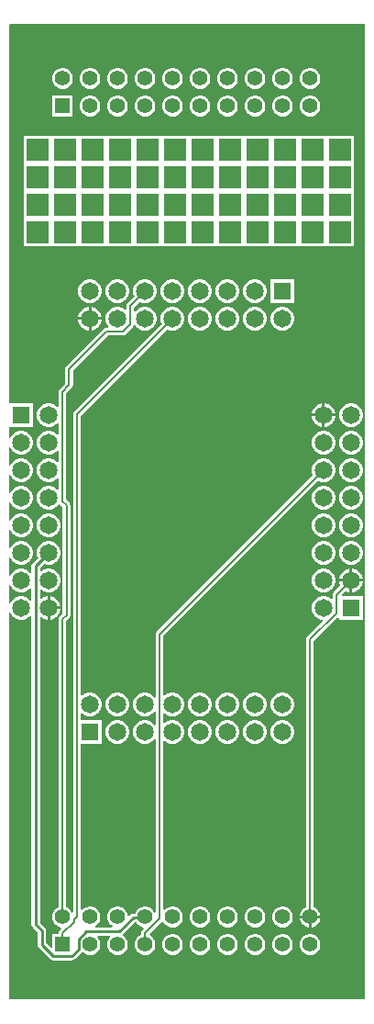
<source format=gbr>
%TF.GenerationSoftware,Altium Limited,Altium Designer,23.4.1 (23)*%
G04 Layer_Physical_Order=2*
G04 Layer_Color=16711680*
%FSLAX45Y45*%
%MOMM*%
%TF.SameCoordinates,FC7CEE8C-9C91-443A-B6C4-03D5C87B0654*%
%TF.FilePolarity,Positive*%
%TF.FileFunction,Copper,L2,Bot,Signal*%
%TF.Part,Single*%
G01*
G75*
%TA.AperFunction,Conductor*%
%ADD14C,0.20000*%
%ADD15C,0.25400*%
%TA.AperFunction,ComponentPad*%
%ADD16C,1.65000*%
%ADD17R,1.65000X1.65000*%
%ADD18R,1.65000X1.65000*%
%TA.AperFunction,ViaPad*%
%ADD19R,2.00000X2.00000*%
%TA.AperFunction,ComponentPad*%
%ADD20R,1.39000X1.39000*%
%ADD21C,1.39000*%
G36*
X3302000Y12700D02*
X3302967Y11733D01*
X3298106Y0D01*
X12700D01*
Y3571610D01*
X25400Y3573282D01*
X26453Y3569352D01*
X40659Y3544748D01*
X60748Y3524658D01*
X85352Y3510453D01*
X112795Y3503100D01*
X141205D01*
X168648Y3510453D01*
X193252Y3524658D01*
X208854Y3540260D01*
X221554Y3534999D01*
Y692100D01*
X224511Y677234D01*
X232931Y664631D01*
X278653Y618909D01*
Y505618D01*
X281611Y490753D01*
X290031Y478150D01*
X395250Y372931D01*
X407853Y364511D01*
X422718Y361554D01*
X593282D01*
X608147Y364511D01*
X620750Y372931D01*
X681869Y434050D01*
X684267Y437640D01*
X696906Y438885D01*
X703730Y432061D01*
X725370Y419567D01*
X749506Y413100D01*
X774494D01*
X798630Y419567D01*
X820270Y432061D01*
X837939Y449730D01*
X850433Y471370D01*
X856900Y495506D01*
Y520494D01*
X850433Y544630D01*
X837939Y566270D01*
X828739Y575470D01*
X834000Y588170D01*
X944000D01*
X949261Y575470D01*
X940061Y566270D01*
X927567Y544630D01*
X921100Y520494D01*
Y495506D01*
X927567Y471370D01*
X940061Y449730D01*
X957730Y432061D01*
X979370Y419567D01*
X1003506Y413100D01*
X1028494D01*
X1052630Y419567D01*
X1074270Y432061D01*
X1091939Y449730D01*
X1104433Y471370D01*
X1110900Y495506D01*
Y520494D01*
X1104433Y544630D01*
X1091939Y566270D01*
X1074270Y583939D01*
X1065649Y588917D01*
X1065039Y603933D01*
X1174826Y713719D01*
X1189097Y712329D01*
X1194061Y703730D01*
X1211730Y686061D01*
X1233370Y673567D01*
X1255093Y667747D01*
X1261037Y655730D01*
X1244478Y639171D01*
X1236654Y627462D01*
X1233907Y613649D01*
Y596576D01*
X1233370Y596433D01*
X1211730Y583939D01*
X1194061Y566270D01*
X1181567Y544630D01*
X1175100Y520494D01*
Y495506D01*
X1181567Y471370D01*
X1194061Y449730D01*
X1211730Y432061D01*
X1233370Y419567D01*
X1257506Y413100D01*
X1282494D01*
X1306630Y419567D01*
X1328270Y432061D01*
X1345939Y449730D01*
X1358433Y471370D01*
X1364900Y495506D01*
Y520494D01*
X1358433Y544630D01*
X1345939Y566270D01*
X1328270Y583939D01*
X1316240Y590885D01*
X1314150Y606756D01*
X1425244Y717850D01*
X1439992Y716702D01*
X1440963Y716025D01*
X1448061Y703730D01*
X1465730Y686061D01*
X1487370Y673567D01*
X1511506Y667100D01*
X1536494D01*
X1560630Y673567D01*
X1582270Y686061D01*
X1599939Y703730D01*
X1612433Y725370D01*
X1618900Y749506D01*
Y774494D01*
X1612433Y798630D01*
X1599939Y820270D01*
X1582270Y837939D01*
X1560630Y850433D01*
X1536494Y856900D01*
X1511506D01*
X1487370Y850433D01*
X1465730Y837939D01*
X1453893Y826102D01*
X1441193Y831363D01*
Y2379619D01*
X1452927Y2384480D01*
X1456748Y2380658D01*
X1481352Y2366453D01*
X1508795Y2359100D01*
X1537205D01*
X1564648Y2366453D01*
X1589252Y2380658D01*
X1609341Y2400748D01*
X1623547Y2425352D01*
X1630900Y2452795D01*
Y2481205D01*
X1623547Y2508648D01*
X1609341Y2533252D01*
X1589252Y2553341D01*
X1564648Y2567547D01*
X1537205Y2574900D01*
X1508795D01*
X1481352Y2567547D01*
X1456748Y2553341D01*
X1452927Y2549520D01*
X1441193Y2554380D01*
Y2633619D01*
X1452927Y2638480D01*
X1456748Y2634658D01*
X1481352Y2620453D01*
X1508795Y2613100D01*
X1537205D01*
X1564648Y2620453D01*
X1589252Y2634658D01*
X1609341Y2654748D01*
X1623547Y2679352D01*
X1630900Y2706795D01*
Y2735205D01*
X1623547Y2762648D01*
X1609341Y2787252D01*
X1589252Y2807341D01*
X1564648Y2821547D01*
X1537205Y2828900D01*
X1508795D01*
X1481352Y2821547D01*
X1456748Y2807341D01*
X1452927Y2803520D01*
X1441193Y2808380D01*
Y3352150D01*
X2872372Y4783328D01*
X2877352Y4780453D01*
X2904795Y4773100D01*
X2933205D01*
X2960648Y4780453D01*
X2985252Y4794658D01*
X3005341Y4814748D01*
X3019547Y4839352D01*
X3026900Y4866795D01*
Y4895205D01*
X3019547Y4922648D01*
X3005341Y4947252D01*
X2985252Y4967341D01*
X2960648Y4981547D01*
X2933205Y4988900D01*
X2904795D01*
X2877352Y4981547D01*
X2852748Y4967341D01*
X2832659Y4947252D01*
X2818453Y4922648D01*
X2811100Y4895205D01*
Y4866795D01*
X2818453Y4839352D01*
X2821328Y4834372D01*
X1379578Y3392622D01*
X1371754Y3380912D01*
X1369007Y3367100D01*
Y2788118D01*
X1356739Y2784831D01*
X1355341Y2787252D01*
X1335252Y2807341D01*
X1310648Y2821547D01*
X1283205Y2828900D01*
X1254795D01*
X1227352Y2821547D01*
X1202748Y2807341D01*
X1182659Y2787252D01*
X1168453Y2762648D01*
X1161100Y2735205D01*
Y2706795D01*
X1168453Y2679352D01*
X1182659Y2654748D01*
X1202748Y2634658D01*
X1227352Y2620453D01*
X1254795Y2613100D01*
X1283205D01*
X1310648Y2620453D01*
X1335252Y2634658D01*
X1355341Y2654748D01*
X1356739Y2657169D01*
X1369007Y2653882D01*
Y2534118D01*
X1356739Y2530831D01*
X1355341Y2533252D01*
X1335252Y2553341D01*
X1310648Y2567547D01*
X1283205Y2574900D01*
X1254795D01*
X1227352Y2567547D01*
X1202748Y2553341D01*
X1182659Y2533252D01*
X1168453Y2508648D01*
X1161100Y2481205D01*
Y2452795D01*
X1168453Y2425352D01*
X1182659Y2400748D01*
X1202748Y2380658D01*
X1227352Y2366453D01*
X1254795Y2359100D01*
X1283205D01*
X1310648Y2366453D01*
X1335252Y2380658D01*
X1355341Y2400748D01*
X1356739Y2403169D01*
X1369007Y2399882D01*
Y805715D01*
X1356307Y802313D01*
X1345939Y820270D01*
X1328270Y837939D01*
X1306630Y850433D01*
X1282494Y856900D01*
X1257506D01*
X1233370Y850433D01*
X1211730Y837939D01*
X1194061Y820270D01*
X1181567Y798630D01*
X1180615Y795077D01*
X1162400D01*
X1147534Y792120D01*
X1134931Y783699D01*
X1122281Y771049D01*
X1110238Y776966D01*
X1104433Y798630D01*
X1091939Y820270D01*
X1074270Y837939D01*
X1052630Y850433D01*
X1028494Y856900D01*
X1003506D01*
X979370Y850433D01*
X957730Y837939D01*
X940061Y820270D01*
X927567Y798630D01*
X921100Y774494D01*
Y749506D01*
X927567Y725370D01*
X940061Y703730D01*
X957730Y686061D01*
X970717Y678563D01*
X967315Y665863D01*
X810685D01*
X807283Y678563D01*
X820270Y686061D01*
X837939Y703730D01*
X850433Y725370D01*
X856900Y749506D01*
Y774494D01*
X850433Y798630D01*
X837939Y820270D01*
X820270Y837939D01*
X798630Y850433D01*
X774494Y856900D01*
X749506D01*
X725370Y850433D01*
X703730Y837939D01*
X691893Y826102D01*
X679193Y831363D01*
Y2359100D01*
X868900D01*
Y2574900D01*
X679193D01*
Y2633619D01*
X690927Y2638480D01*
X694748Y2634658D01*
X719352Y2620453D01*
X746795Y2613100D01*
X775205D01*
X802648Y2620453D01*
X827252Y2634658D01*
X847341Y2654748D01*
X861547Y2679352D01*
X868900Y2706795D01*
Y2735205D01*
X861547Y2762648D01*
X847341Y2787252D01*
X827252Y2807341D01*
X802648Y2821547D01*
X775205Y2828900D01*
X746795D01*
X719352Y2821547D01*
X694748Y2807341D01*
X690927Y2803520D01*
X679193Y2808380D01*
Y5383150D01*
X1476372Y6180328D01*
X1481352Y6177453D01*
X1508795Y6170100D01*
X1537205D01*
X1564648Y6177453D01*
X1589252Y6191658D01*
X1609341Y6211748D01*
X1623547Y6236352D01*
X1630900Y6263795D01*
Y6292205D01*
X1623547Y6319648D01*
X1609341Y6344252D01*
X1589252Y6364341D01*
X1564648Y6378547D01*
X1537205Y6385900D01*
X1508795D01*
X1481352Y6378547D01*
X1456748Y6364341D01*
X1436659Y6344252D01*
X1422453Y6319648D01*
X1415100Y6292205D01*
Y6263795D01*
X1422453Y6236352D01*
X1425328Y6231372D01*
X617578Y5423622D01*
X609754Y5411912D01*
X607007Y5398100D01*
Y805715D01*
X594307Y802313D01*
X583939Y820270D01*
X566270Y837939D01*
X544630Y850433D01*
X544093Y850576D01*
Y3492109D01*
X569822Y3517837D01*
X577646Y3529547D01*
X580394Y3543359D01*
X580393Y3543360D01*
Y4555661D01*
X580394Y4555662D01*
X577646Y4569474D01*
X569822Y4581184D01*
X544093Y4606912D01*
Y5589314D01*
X593022Y5638242D01*
X600846Y5649952D01*
X603593Y5663764D01*
Y5796387D01*
X931213Y6124007D01*
X1063836D01*
X1077648Y6126754D01*
X1089357Y6134578D01*
X1158422Y6203642D01*
X1166246Y6215352D01*
X1179549Y6217133D01*
X1182659Y6211748D01*
X1202748Y6191658D01*
X1227352Y6177453D01*
X1254795Y6170100D01*
X1283205D01*
X1310648Y6177453D01*
X1335252Y6191658D01*
X1355341Y6211748D01*
X1369547Y6236352D01*
X1376900Y6263795D01*
Y6292205D01*
X1369547Y6319648D01*
X1355341Y6344252D01*
X1335252Y6364341D01*
X1310648Y6378547D01*
X1283205Y6385900D01*
X1254795D01*
X1227352Y6378547D01*
X1202748Y6364341D01*
X1182659Y6344252D01*
X1181261Y6341831D01*
X1168993Y6345118D01*
Y6380949D01*
X1222372Y6434328D01*
X1227352Y6431453D01*
X1254795Y6424100D01*
X1283205D01*
X1310648Y6431453D01*
X1335252Y6445658D01*
X1355341Y6465748D01*
X1369547Y6490352D01*
X1376900Y6517795D01*
Y6546205D01*
X1369547Y6573648D01*
X1355341Y6598252D01*
X1335252Y6618341D01*
X1310648Y6632547D01*
X1283205Y6639900D01*
X1254795D01*
X1227352Y6632547D01*
X1202748Y6618341D01*
X1182659Y6598252D01*
X1168453Y6573648D01*
X1161100Y6546205D01*
Y6517795D01*
X1168453Y6490352D01*
X1171328Y6485372D01*
X1107378Y6421422D01*
X1099554Y6409712D01*
X1096807Y6395900D01*
Y6365380D01*
X1085073Y6360520D01*
X1081252Y6364341D01*
X1056648Y6378547D01*
X1029205Y6385900D01*
X1000795D01*
X973352Y6378547D01*
X948748Y6364341D01*
X928659Y6344252D01*
X914453Y6319648D01*
X907100Y6292205D01*
Y6263795D01*
X914453Y6236352D01*
X928659Y6211748D01*
X932480Y6207927D01*
X927619Y6196193D01*
X916263D01*
X902450Y6193446D01*
X890741Y6185622D01*
X541978Y5836859D01*
X534154Y5825150D01*
X531407Y5811337D01*
Y5678715D01*
X482478Y5629786D01*
X474654Y5618077D01*
X471907Y5604264D01*
Y5468647D01*
X459207Y5463387D01*
X447252Y5475341D01*
X422648Y5489547D01*
X395205Y5496900D01*
X366795D01*
X339352Y5489547D01*
X314748Y5475341D01*
X294659Y5455252D01*
X280453Y5430648D01*
X273100Y5403205D01*
Y5374795D01*
X280453Y5347352D01*
X294659Y5322748D01*
X314748Y5302658D01*
X339352Y5288453D01*
X366795Y5281100D01*
X395205D01*
X422648Y5288453D01*
X447252Y5302658D01*
X459207Y5314613D01*
X471907Y5309352D01*
Y5214647D01*
X459207Y5209387D01*
X447252Y5221341D01*
X422648Y5235547D01*
X395205Y5242900D01*
X366795D01*
X339352Y5235547D01*
X314748Y5221341D01*
X294659Y5201252D01*
X280453Y5176648D01*
X273100Y5149205D01*
Y5120795D01*
X280453Y5093352D01*
X294659Y5068748D01*
X314748Y5048658D01*
X339352Y5034453D01*
X366795Y5027100D01*
X395205D01*
X422648Y5034453D01*
X447252Y5048658D01*
X459207Y5060613D01*
X471907Y5055352D01*
Y4960647D01*
X459207Y4955387D01*
X447252Y4967341D01*
X422648Y4981547D01*
X395205Y4988900D01*
X366795D01*
X339352Y4981547D01*
X314748Y4967341D01*
X294659Y4947252D01*
X280453Y4922648D01*
X273100Y4895205D01*
Y4866795D01*
X280453Y4839352D01*
X294659Y4814748D01*
X314748Y4794658D01*
X339352Y4780453D01*
X366795Y4773100D01*
X395205D01*
X422648Y4780453D01*
X447252Y4794658D01*
X459207Y4806613D01*
X471907Y4801352D01*
Y4706647D01*
X459207Y4701387D01*
X447252Y4713341D01*
X422648Y4727547D01*
X395205Y4734900D01*
X366795D01*
X339352Y4727547D01*
X314748Y4713341D01*
X294659Y4693252D01*
X280453Y4668648D01*
X273100Y4641205D01*
Y4612795D01*
X280453Y4585352D01*
X294659Y4560748D01*
X314748Y4540658D01*
X339352Y4526453D01*
X366795Y4519100D01*
X395205D01*
X422648Y4526453D01*
X447252Y4540658D01*
X467341Y4560748D01*
X470133Y4565583D01*
X484262Y4564656D01*
X508207Y4540712D01*
Y3558310D01*
X482478Y3532581D01*
X474654Y3520872D01*
X471907Y3507059D01*
Y850576D01*
X471370Y850433D01*
X449730Y837939D01*
X432061Y820270D01*
X419567Y798630D01*
X413100Y774494D01*
Y749506D01*
X419567Y725370D01*
X432061Y703730D01*
X449730Y686061D01*
X471370Y673567D01*
X493093Y667747D01*
X499037Y655730D01*
X482478Y639171D01*
X474654Y627462D01*
X471907Y613649D01*
Y602900D01*
X413100D01*
Y481549D01*
X401367Y476689D01*
X356347Y521709D01*
Y635000D01*
X353389Y649866D01*
X344969Y662469D01*
X299247Y708191D01*
Y3523566D01*
X310980Y3528427D01*
X314748Y3524658D01*
X339352Y3510453D01*
X366795Y3503100D01*
X368300D01*
Y3611000D01*
X381000D01*
D01*
X368300D01*
Y3718900D01*
X366795D01*
X339352Y3711547D01*
X314748Y3697341D01*
X310980Y3693573D01*
X299247Y3698434D01*
Y3777566D01*
X310980Y3782427D01*
X314748Y3778658D01*
X339352Y3764453D01*
X366795Y3757100D01*
X395205D01*
X422648Y3764453D01*
X447252Y3778658D01*
X467341Y3798748D01*
X481547Y3823352D01*
X488900Y3850795D01*
Y3879205D01*
X481547Y3906648D01*
X467341Y3931252D01*
X447252Y3951341D01*
X422648Y3965547D01*
X395205Y3972900D01*
X366795D01*
X339352Y3965547D01*
X314748Y3951341D01*
X310980Y3947573D01*
X299247Y3952434D01*
Y3982309D01*
X336840Y4019903D01*
X339352Y4018453D01*
X366795Y4011100D01*
X395205D01*
X422648Y4018453D01*
X447252Y4032658D01*
X467341Y4052748D01*
X481547Y4077352D01*
X488900Y4104795D01*
Y4133205D01*
X481547Y4160648D01*
X467341Y4185252D01*
X447252Y4205341D01*
X422648Y4219547D01*
X395205Y4226900D01*
X366795D01*
X339352Y4219547D01*
X314748Y4205341D01*
X294659Y4185252D01*
X280453Y4160648D01*
X273100Y4133205D01*
Y4104795D01*
X280453Y4077352D01*
X281903Y4074840D01*
X232931Y4025869D01*
X224511Y4013266D01*
X221554Y3998400D01*
Y3941000D01*
X208854Y3935740D01*
X193252Y3951341D01*
X168648Y3965547D01*
X141205Y3972900D01*
X112795D01*
X85352Y3965547D01*
X60748Y3951341D01*
X40659Y3931252D01*
X26453Y3906648D01*
X25400Y3902718D01*
X12700Y3904390D01*
Y4079610D01*
X25400Y4081282D01*
X26453Y4077352D01*
X40659Y4052748D01*
X60748Y4032658D01*
X85352Y4018453D01*
X112795Y4011100D01*
X141205D01*
X168648Y4018453D01*
X193252Y4032658D01*
X213341Y4052748D01*
X227547Y4077352D01*
X234900Y4104795D01*
Y4133205D01*
X227547Y4160648D01*
X213341Y4185252D01*
X193252Y4205341D01*
X168648Y4219547D01*
X141205Y4226900D01*
X112795D01*
X85352Y4219547D01*
X60748Y4205341D01*
X40659Y4185252D01*
X26453Y4160648D01*
X25400Y4156718D01*
X12700Y4158390D01*
Y4333610D01*
X25400Y4335282D01*
X26453Y4331352D01*
X40659Y4306748D01*
X60748Y4286658D01*
X85352Y4272453D01*
X112795Y4265100D01*
X141205D01*
X168648Y4272453D01*
X193252Y4286658D01*
X213341Y4306748D01*
X227547Y4331352D01*
X234900Y4358795D01*
Y4387205D01*
X227547Y4414648D01*
X213341Y4439252D01*
X193252Y4459341D01*
X168648Y4473547D01*
X141205Y4480900D01*
X112795D01*
X85352Y4473547D01*
X60748Y4459341D01*
X40659Y4439252D01*
X26453Y4414648D01*
X25400Y4410718D01*
X12700Y4412390D01*
Y4587610D01*
X25400Y4589282D01*
X26453Y4585352D01*
X40659Y4560748D01*
X60748Y4540658D01*
X85352Y4526453D01*
X112795Y4519100D01*
X141205D01*
X168648Y4526453D01*
X193252Y4540658D01*
X213341Y4560748D01*
X227547Y4585352D01*
X234900Y4612795D01*
Y4641205D01*
X227547Y4668648D01*
X213341Y4693252D01*
X193252Y4713341D01*
X168648Y4727547D01*
X141205Y4734900D01*
X112795D01*
X85352Y4727547D01*
X60748Y4713341D01*
X40659Y4693252D01*
X26453Y4668648D01*
X25400Y4664718D01*
X12700Y4666390D01*
Y4841610D01*
X25400Y4843282D01*
X26453Y4839352D01*
X40659Y4814748D01*
X60748Y4794658D01*
X85352Y4780453D01*
X112795Y4773100D01*
X141205D01*
X168648Y4780453D01*
X193252Y4794658D01*
X213341Y4814748D01*
X227547Y4839352D01*
X234900Y4866795D01*
Y4895205D01*
X227547Y4922648D01*
X213341Y4947252D01*
X193252Y4967341D01*
X168648Y4981547D01*
X141205Y4988900D01*
X112795D01*
X85352Y4981547D01*
X60748Y4967341D01*
X40659Y4947252D01*
X26453Y4922648D01*
X25400Y4918718D01*
X12700Y4920390D01*
Y5095610D01*
X25400Y5097282D01*
X26453Y5093352D01*
X40659Y5068748D01*
X60748Y5048658D01*
X85352Y5034453D01*
X112795Y5027100D01*
X141205D01*
X168648Y5034453D01*
X193252Y5048658D01*
X213341Y5068748D01*
X227547Y5093352D01*
X234900Y5120795D01*
Y5149205D01*
X227547Y5176648D01*
X213341Y5201252D01*
X193252Y5221341D01*
X168648Y5235547D01*
X141205Y5242900D01*
X112795D01*
X85352Y5235547D01*
X60748Y5221341D01*
X40659Y5201252D01*
X26453Y5176648D01*
X25400Y5172718D01*
X12700Y5174390D01*
Y5271051D01*
X19100Y5281100D01*
X25400Y5281100D01*
X234900D01*
Y5496900D01*
X25400D01*
X19100Y5496900D01*
X12700Y5506949D01*
Y8978900D01*
X25400Y8991600D01*
X3302000D01*
Y12700D01*
D02*
G37*
G36*
X26453Y3823352D02*
X40659Y3798748D01*
X60748Y3778658D01*
X85352Y3764453D01*
X112795Y3757100D01*
X141205D01*
X168648Y3764453D01*
X193252Y3778658D01*
X208854Y3794260D01*
X221554Y3788999D01*
Y3687000D01*
X208854Y3681740D01*
X193252Y3697341D01*
X168648Y3711547D01*
X141205Y3718900D01*
X112795D01*
X85352Y3711547D01*
X60748Y3697341D01*
X40659Y3677252D01*
X26453Y3652648D01*
X25400Y3648718D01*
X12700Y3650390D01*
Y3825610D01*
X25400Y3827282D01*
X26453Y3823352D01*
D02*
G37*
%LPC*%
G36*
X2806494Y8586900D02*
X2781506D01*
X2757370Y8580433D01*
X2735730Y8567939D01*
X2718061Y8550270D01*
X2705567Y8528630D01*
X2699100Y8504494D01*
Y8479506D01*
X2705567Y8455370D01*
X2718061Y8433730D01*
X2735730Y8416061D01*
X2757370Y8403567D01*
X2781506Y8397100D01*
X2806494D01*
X2830630Y8403567D01*
X2852270Y8416061D01*
X2869939Y8433730D01*
X2882433Y8455370D01*
X2888900Y8479506D01*
Y8504494D01*
X2882433Y8528630D01*
X2869939Y8550270D01*
X2852270Y8567939D01*
X2830630Y8580433D01*
X2806494Y8586900D01*
D02*
G37*
G36*
X2552494D02*
X2527506D01*
X2503370Y8580433D01*
X2481730Y8567939D01*
X2464061Y8550270D01*
X2451567Y8528630D01*
X2445100Y8504494D01*
Y8479506D01*
X2451567Y8455370D01*
X2464061Y8433730D01*
X2481730Y8416061D01*
X2503370Y8403567D01*
X2527506Y8397100D01*
X2552494D01*
X2576630Y8403567D01*
X2598270Y8416061D01*
X2615939Y8433730D01*
X2628433Y8455370D01*
X2634900Y8479506D01*
Y8504494D01*
X2628433Y8528630D01*
X2615939Y8550270D01*
X2598270Y8567939D01*
X2576630Y8580433D01*
X2552494Y8586900D01*
D02*
G37*
G36*
X2298494D02*
X2273506D01*
X2249370Y8580433D01*
X2227730Y8567939D01*
X2210061Y8550270D01*
X2197567Y8528630D01*
X2191100Y8504494D01*
Y8479506D01*
X2197567Y8455370D01*
X2210061Y8433730D01*
X2227730Y8416061D01*
X2249370Y8403567D01*
X2273506Y8397100D01*
X2298494D01*
X2322630Y8403567D01*
X2344270Y8416061D01*
X2361939Y8433730D01*
X2374433Y8455370D01*
X2380900Y8479506D01*
Y8504494D01*
X2374433Y8528630D01*
X2361939Y8550270D01*
X2344270Y8567939D01*
X2322630Y8580433D01*
X2298494Y8586900D01*
D02*
G37*
G36*
X2044494D02*
X2019506D01*
X1995370Y8580433D01*
X1973730Y8567939D01*
X1956061Y8550270D01*
X1943567Y8528630D01*
X1937100Y8504494D01*
Y8479506D01*
X1943567Y8455370D01*
X1956061Y8433730D01*
X1973730Y8416061D01*
X1995370Y8403567D01*
X2019506Y8397100D01*
X2044494D01*
X2068630Y8403567D01*
X2090270Y8416061D01*
X2107939Y8433730D01*
X2120433Y8455370D01*
X2126900Y8479506D01*
Y8504494D01*
X2120433Y8528630D01*
X2107939Y8550270D01*
X2090270Y8567939D01*
X2068630Y8580433D01*
X2044494Y8586900D01*
D02*
G37*
G36*
X1790494D02*
X1765506D01*
X1741370Y8580433D01*
X1719730Y8567939D01*
X1702061Y8550270D01*
X1689567Y8528630D01*
X1683100Y8504494D01*
Y8479506D01*
X1689567Y8455370D01*
X1702061Y8433730D01*
X1719730Y8416061D01*
X1741370Y8403567D01*
X1765506Y8397100D01*
X1790494D01*
X1814630Y8403567D01*
X1836270Y8416061D01*
X1853939Y8433730D01*
X1866433Y8455370D01*
X1872900Y8479506D01*
Y8504494D01*
X1866433Y8528630D01*
X1853939Y8550270D01*
X1836270Y8567939D01*
X1814630Y8580433D01*
X1790494Y8586900D01*
D02*
G37*
G36*
X1536494D02*
X1511506D01*
X1487370Y8580433D01*
X1465730Y8567939D01*
X1448061Y8550270D01*
X1435567Y8528630D01*
X1429100Y8504494D01*
Y8479506D01*
X1435567Y8455370D01*
X1448061Y8433730D01*
X1465730Y8416061D01*
X1487370Y8403567D01*
X1511506Y8397100D01*
X1536494D01*
X1560630Y8403567D01*
X1582270Y8416061D01*
X1599939Y8433730D01*
X1612433Y8455370D01*
X1618900Y8479506D01*
Y8504494D01*
X1612433Y8528630D01*
X1599939Y8550270D01*
X1582270Y8567939D01*
X1560630Y8580433D01*
X1536494Y8586900D01*
D02*
G37*
G36*
X1282494D02*
X1257506D01*
X1233370Y8580433D01*
X1211730Y8567939D01*
X1194061Y8550270D01*
X1181567Y8528630D01*
X1175100Y8504494D01*
Y8479506D01*
X1181567Y8455370D01*
X1194061Y8433730D01*
X1211730Y8416061D01*
X1233370Y8403567D01*
X1257506Y8397100D01*
X1282494D01*
X1306630Y8403567D01*
X1328270Y8416061D01*
X1345939Y8433730D01*
X1358433Y8455370D01*
X1364900Y8479506D01*
Y8504494D01*
X1358433Y8528630D01*
X1345939Y8550270D01*
X1328270Y8567939D01*
X1306630Y8580433D01*
X1282494Y8586900D01*
D02*
G37*
G36*
X1028494D02*
X1003506D01*
X979370Y8580433D01*
X957730Y8567939D01*
X940061Y8550270D01*
X927567Y8528630D01*
X921100Y8504494D01*
Y8479506D01*
X927567Y8455370D01*
X940061Y8433730D01*
X957730Y8416061D01*
X979370Y8403567D01*
X1003506Y8397100D01*
X1028494D01*
X1052630Y8403567D01*
X1074270Y8416061D01*
X1091939Y8433730D01*
X1104433Y8455370D01*
X1110900Y8479506D01*
Y8504494D01*
X1104433Y8528630D01*
X1091939Y8550270D01*
X1074270Y8567939D01*
X1052630Y8580433D01*
X1028494Y8586900D01*
D02*
G37*
G36*
X774494D02*
X749506D01*
X725370Y8580433D01*
X703730Y8567939D01*
X686061Y8550270D01*
X673567Y8528630D01*
X667100Y8504494D01*
Y8479506D01*
X673567Y8455370D01*
X686061Y8433730D01*
X703730Y8416061D01*
X725370Y8403567D01*
X749506Y8397100D01*
X774494D01*
X798630Y8403567D01*
X820270Y8416061D01*
X837939Y8433730D01*
X850433Y8455370D01*
X856900Y8479506D01*
Y8504494D01*
X850433Y8528630D01*
X837939Y8550270D01*
X820270Y8567939D01*
X798630Y8580433D01*
X774494Y8586900D01*
D02*
G37*
G36*
X520494D02*
X495506D01*
X471370Y8580433D01*
X449730Y8567939D01*
X432061Y8550270D01*
X419567Y8528630D01*
X413100Y8504494D01*
Y8479506D01*
X419567Y8455370D01*
X432061Y8433730D01*
X449730Y8416061D01*
X471370Y8403567D01*
X495506Y8397100D01*
X520494D01*
X544630Y8403567D01*
X566270Y8416061D01*
X583939Y8433730D01*
X596433Y8455370D01*
X602900Y8479506D01*
Y8504494D01*
X596433Y8528630D01*
X583939Y8550270D01*
X566270Y8567939D01*
X544630Y8580433D01*
X520494Y8586900D01*
D02*
G37*
G36*
X2806494Y8332900D02*
X2781506D01*
X2757370Y8326433D01*
X2735730Y8313939D01*
X2718061Y8296270D01*
X2705567Y8274630D01*
X2699100Y8250494D01*
Y8225506D01*
X2705567Y8201370D01*
X2718061Y8179730D01*
X2735730Y8162061D01*
X2757370Y8149567D01*
X2781506Y8143100D01*
X2806494D01*
X2830630Y8149567D01*
X2852270Y8162061D01*
X2869939Y8179730D01*
X2882433Y8201370D01*
X2888900Y8225506D01*
Y8250494D01*
X2882433Y8274630D01*
X2869939Y8296270D01*
X2852270Y8313939D01*
X2830630Y8326433D01*
X2806494Y8332900D01*
D02*
G37*
G36*
X2552494D02*
X2527506D01*
X2503370Y8326433D01*
X2481730Y8313939D01*
X2464061Y8296270D01*
X2451567Y8274630D01*
X2445100Y8250494D01*
Y8225506D01*
X2451567Y8201370D01*
X2464061Y8179730D01*
X2481730Y8162061D01*
X2503370Y8149567D01*
X2527506Y8143100D01*
X2552494D01*
X2576630Y8149567D01*
X2598270Y8162061D01*
X2615939Y8179730D01*
X2628433Y8201370D01*
X2634900Y8225506D01*
Y8250494D01*
X2628433Y8274630D01*
X2615939Y8296270D01*
X2598270Y8313939D01*
X2576630Y8326433D01*
X2552494Y8332900D01*
D02*
G37*
G36*
X2298494D02*
X2273506D01*
X2249370Y8326433D01*
X2227730Y8313939D01*
X2210061Y8296270D01*
X2197567Y8274630D01*
X2191100Y8250494D01*
Y8225506D01*
X2197567Y8201370D01*
X2210061Y8179730D01*
X2227730Y8162061D01*
X2249370Y8149567D01*
X2273506Y8143100D01*
X2298494D01*
X2322630Y8149567D01*
X2344270Y8162061D01*
X2361939Y8179730D01*
X2374433Y8201370D01*
X2380900Y8225506D01*
Y8250494D01*
X2374433Y8274630D01*
X2361939Y8296270D01*
X2344270Y8313939D01*
X2322630Y8326433D01*
X2298494Y8332900D01*
D02*
G37*
G36*
X2044494D02*
X2019506D01*
X1995370Y8326433D01*
X1973730Y8313939D01*
X1956061Y8296270D01*
X1943567Y8274630D01*
X1937100Y8250494D01*
Y8225506D01*
X1943567Y8201370D01*
X1956061Y8179730D01*
X1973730Y8162061D01*
X1995370Y8149567D01*
X2019506Y8143100D01*
X2044494D01*
X2068630Y8149567D01*
X2090270Y8162061D01*
X2107939Y8179730D01*
X2120433Y8201370D01*
X2126900Y8225506D01*
Y8250494D01*
X2120433Y8274630D01*
X2107939Y8296270D01*
X2090270Y8313939D01*
X2068630Y8326433D01*
X2044494Y8332900D01*
D02*
G37*
G36*
X1790494D02*
X1765506D01*
X1741370Y8326433D01*
X1719730Y8313939D01*
X1702061Y8296270D01*
X1689567Y8274630D01*
X1683100Y8250494D01*
Y8225506D01*
X1689567Y8201370D01*
X1702061Y8179730D01*
X1719730Y8162061D01*
X1741370Y8149567D01*
X1765506Y8143100D01*
X1790494D01*
X1814630Y8149567D01*
X1836270Y8162061D01*
X1853939Y8179730D01*
X1866433Y8201370D01*
X1872900Y8225506D01*
Y8250494D01*
X1866433Y8274630D01*
X1853939Y8296270D01*
X1836270Y8313939D01*
X1814630Y8326433D01*
X1790494Y8332900D01*
D02*
G37*
G36*
X1536494D02*
X1511506D01*
X1487370Y8326433D01*
X1465730Y8313939D01*
X1448061Y8296270D01*
X1435567Y8274630D01*
X1429100Y8250494D01*
Y8225506D01*
X1435567Y8201370D01*
X1448061Y8179730D01*
X1465730Y8162061D01*
X1487370Y8149567D01*
X1511506Y8143100D01*
X1536494D01*
X1560630Y8149567D01*
X1582270Y8162061D01*
X1599939Y8179730D01*
X1612433Y8201370D01*
X1618900Y8225506D01*
Y8250494D01*
X1612433Y8274630D01*
X1599939Y8296270D01*
X1582270Y8313939D01*
X1560630Y8326433D01*
X1536494Y8332900D01*
D02*
G37*
G36*
X1282494D02*
X1257506D01*
X1233370Y8326433D01*
X1211730Y8313939D01*
X1194061Y8296270D01*
X1181567Y8274630D01*
X1175100Y8250494D01*
Y8225506D01*
X1181567Y8201370D01*
X1194061Y8179730D01*
X1211730Y8162061D01*
X1233370Y8149567D01*
X1257506Y8143100D01*
X1282494D01*
X1306630Y8149567D01*
X1328270Y8162061D01*
X1345939Y8179730D01*
X1358433Y8201370D01*
X1364900Y8225506D01*
Y8250494D01*
X1358433Y8274630D01*
X1345939Y8296270D01*
X1328270Y8313939D01*
X1306630Y8326433D01*
X1282494Y8332900D01*
D02*
G37*
G36*
X1028494D02*
X1003506D01*
X979370Y8326433D01*
X957730Y8313939D01*
X940061Y8296270D01*
X927567Y8274630D01*
X921100Y8250494D01*
Y8225506D01*
X927567Y8201370D01*
X940061Y8179730D01*
X957730Y8162061D01*
X979370Y8149567D01*
X1003506Y8143100D01*
X1028494D01*
X1052630Y8149567D01*
X1074270Y8162061D01*
X1091939Y8179730D01*
X1104433Y8201370D01*
X1110900Y8225506D01*
Y8250494D01*
X1104433Y8274630D01*
X1091939Y8296270D01*
X1074270Y8313939D01*
X1052630Y8326433D01*
X1028494Y8332900D01*
D02*
G37*
G36*
X774494D02*
X749506D01*
X725370Y8326433D01*
X703730Y8313939D01*
X686061Y8296270D01*
X673567Y8274630D01*
X667100Y8250494D01*
Y8225506D01*
X673567Y8201370D01*
X686061Y8179730D01*
X703730Y8162061D01*
X725370Y8149567D01*
X749506Y8143100D01*
X774494D01*
X798630Y8149567D01*
X820270Y8162061D01*
X837939Y8179730D01*
X850433Y8201370D01*
X856900Y8225506D01*
Y8250494D01*
X850433Y8274630D01*
X837939Y8296270D01*
X820270Y8313939D01*
X798630Y8326433D01*
X774494Y8332900D01*
D02*
G37*
G36*
X602900D02*
X413100D01*
Y8143100D01*
X602900D01*
Y8332900D01*
D02*
G37*
G36*
X2948000Y7961300D02*
X2935300Y7961300D01*
X2703500D01*
X2694000Y7961300D01*
X2681300Y7961300D01*
X2449500D01*
X2440000Y7961300D01*
X2427300Y7961300D01*
X2195500D01*
X2186000Y7961300D01*
X2173300Y7961300D01*
X1941500D01*
X1932000Y7961300D01*
X1919300Y7961300D01*
X1687500D01*
X1678000Y7961300D01*
X1665300Y7961300D01*
X1433500D01*
X1424000Y7961300D01*
X1411300Y7961300D01*
X1179500D01*
X1170000Y7961300D01*
X1157300Y7961300D01*
X925500D01*
X916000Y7961300D01*
X903300Y7961300D01*
X671500D01*
X662000Y7961300D01*
X649300Y7961300D01*
X417500D01*
X408000Y7961300D01*
X395300Y7961300D01*
X154000D01*
Y7720000D01*
X154000Y7710500D01*
X154000Y7697800D01*
Y7466000D01*
X154000Y7456500D01*
X154000Y7443800D01*
Y7212000D01*
X154000Y7202500D01*
X154000Y7189800D01*
Y6948500D01*
X395300D01*
X404800Y6948500D01*
X417500Y6948500D01*
X649300D01*
X658800Y6948500D01*
X671500Y6948500D01*
X903300D01*
X912800Y6948500D01*
X925500Y6948500D01*
X1157300D01*
X1166800Y6948500D01*
X1179500Y6948500D01*
X1411300D01*
X1420800Y6948500D01*
X1433500Y6948500D01*
X1665300D01*
X1674800Y6948500D01*
X1687500Y6948500D01*
X1919300D01*
X1928800Y6948500D01*
X1941500Y6948500D01*
X2173300D01*
X2182800Y6948500D01*
X2195500Y6948500D01*
X2427300D01*
X2436800Y6948500D01*
X2449500Y6948500D01*
X2681300D01*
X2690800Y6948500D01*
X2703500Y6948500D01*
X2935300D01*
X2944800Y6948500D01*
X2957500Y6948500D01*
X3198800D01*
Y7189800D01*
X3198800Y7199300D01*
X3198800Y7212000D01*
Y7443800D01*
X3198800Y7453300D01*
X3198800Y7466000D01*
Y7697800D01*
X3198800Y7707300D01*
X3198800Y7720000D01*
Y7961300D01*
X2957500D01*
X2948000Y7961300D01*
D02*
G37*
G36*
X2646900Y6639900D02*
X2431100D01*
Y6424100D01*
X2646900D01*
Y6639900D01*
D02*
G37*
G36*
X2299205D02*
X2270795D01*
X2243352Y6632547D01*
X2218748Y6618341D01*
X2198659Y6598252D01*
X2184453Y6573648D01*
X2177100Y6546205D01*
Y6517795D01*
X2184453Y6490352D01*
X2198659Y6465748D01*
X2218748Y6445658D01*
X2243352Y6431453D01*
X2270795Y6424100D01*
X2299205D01*
X2326648Y6431453D01*
X2351252Y6445658D01*
X2371341Y6465748D01*
X2385547Y6490352D01*
X2392900Y6517795D01*
Y6546205D01*
X2385547Y6573648D01*
X2371341Y6598252D01*
X2351252Y6618341D01*
X2326648Y6632547D01*
X2299205Y6639900D01*
D02*
G37*
G36*
X2045205D02*
X2016795D01*
X1989352Y6632547D01*
X1964748Y6618341D01*
X1944659Y6598252D01*
X1930453Y6573648D01*
X1923100Y6546205D01*
Y6517795D01*
X1930453Y6490352D01*
X1944659Y6465748D01*
X1964748Y6445658D01*
X1989352Y6431453D01*
X2016795Y6424100D01*
X2045205D01*
X2072648Y6431453D01*
X2097252Y6445658D01*
X2117341Y6465748D01*
X2131547Y6490352D01*
X2138900Y6517795D01*
Y6546205D01*
X2131547Y6573648D01*
X2117341Y6598252D01*
X2097252Y6618341D01*
X2072648Y6632547D01*
X2045205Y6639900D01*
D02*
G37*
G36*
X1791205D02*
X1762795D01*
X1735352Y6632547D01*
X1710748Y6618341D01*
X1690659Y6598252D01*
X1676453Y6573648D01*
X1669100Y6546205D01*
Y6517795D01*
X1676453Y6490352D01*
X1690659Y6465748D01*
X1710748Y6445658D01*
X1735352Y6431453D01*
X1762795Y6424100D01*
X1791205D01*
X1818648Y6431453D01*
X1843252Y6445658D01*
X1863341Y6465748D01*
X1877547Y6490352D01*
X1884900Y6517795D01*
Y6546205D01*
X1877547Y6573648D01*
X1863341Y6598252D01*
X1843252Y6618341D01*
X1818648Y6632547D01*
X1791205Y6639900D01*
D02*
G37*
G36*
X1537205D02*
X1508795D01*
X1481352Y6632547D01*
X1456748Y6618341D01*
X1436659Y6598252D01*
X1422453Y6573648D01*
X1415100Y6546205D01*
Y6517795D01*
X1422453Y6490352D01*
X1436659Y6465748D01*
X1456748Y6445658D01*
X1481352Y6431453D01*
X1508795Y6424100D01*
X1537205D01*
X1564648Y6431453D01*
X1589252Y6445658D01*
X1609341Y6465748D01*
X1623547Y6490352D01*
X1630900Y6517795D01*
Y6546205D01*
X1623547Y6573648D01*
X1609341Y6598252D01*
X1589252Y6618341D01*
X1564648Y6632547D01*
X1537205Y6639900D01*
D02*
G37*
G36*
X1029205D02*
X1000795D01*
X973352Y6632547D01*
X948748Y6618341D01*
X928659Y6598252D01*
X914453Y6573648D01*
X907100Y6546205D01*
Y6517795D01*
X914453Y6490352D01*
X928659Y6465748D01*
X948748Y6445658D01*
X973352Y6431453D01*
X1000795Y6424100D01*
X1029205D01*
X1056648Y6431453D01*
X1081252Y6445658D01*
X1101341Y6465748D01*
X1115547Y6490352D01*
X1122900Y6517795D01*
Y6546205D01*
X1115547Y6573648D01*
X1101341Y6598252D01*
X1081252Y6618341D01*
X1056648Y6632547D01*
X1029205Y6639900D01*
D02*
G37*
G36*
X775205D02*
X746795D01*
X719352Y6632547D01*
X694748Y6618341D01*
X674659Y6598252D01*
X660453Y6573648D01*
X653100Y6546205D01*
Y6517795D01*
X660453Y6490352D01*
X674659Y6465748D01*
X694748Y6445658D01*
X719352Y6431453D01*
X746795Y6424100D01*
X775205D01*
X802648Y6431453D01*
X827252Y6445658D01*
X847341Y6465748D01*
X861547Y6490352D01*
X868900Y6517795D01*
Y6546205D01*
X861547Y6573648D01*
X847341Y6598252D01*
X827252Y6618341D01*
X802648Y6632547D01*
X775205Y6639900D01*
D02*
G37*
G36*
Y6385900D02*
X773700D01*
Y6290700D01*
X868900D01*
Y6292205D01*
X861547Y6319648D01*
X847341Y6344252D01*
X827252Y6364341D01*
X802648Y6378547D01*
X775205Y6385900D01*
D02*
G37*
G36*
X748300D02*
X746795D01*
X719352Y6378547D01*
X694748Y6364341D01*
X674659Y6344252D01*
X660453Y6319648D01*
X653100Y6292205D01*
Y6290700D01*
X748300D01*
Y6385900D01*
D02*
G37*
G36*
X2553205D02*
X2524795D01*
X2497352Y6378547D01*
X2472748Y6364341D01*
X2452659Y6344252D01*
X2438453Y6319648D01*
X2431100Y6292205D01*
Y6263795D01*
X2438453Y6236352D01*
X2452659Y6211748D01*
X2472748Y6191658D01*
X2497352Y6177453D01*
X2524795Y6170100D01*
X2553205D01*
X2580648Y6177453D01*
X2605252Y6191658D01*
X2625341Y6211748D01*
X2639547Y6236352D01*
X2646900Y6263795D01*
Y6292205D01*
X2639547Y6319648D01*
X2625341Y6344252D01*
X2605252Y6364341D01*
X2580648Y6378547D01*
X2553205Y6385900D01*
D02*
G37*
G36*
X2299205D02*
X2270795D01*
X2243352Y6378547D01*
X2218748Y6364341D01*
X2198659Y6344252D01*
X2184453Y6319648D01*
X2177100Y6292205D01*
Y6263795D01*
X2184453Y6236352D01*
X2198659Y6211748D01*
X2218748Y6191658D01*
X2243352Y6177453D01*
X2270795Y6170100D01*
X2299205D01*
X2326648Y6177453D01*
X2351252Y6191658D01*
X2371341Y6211748D01*
X2385547Y6236352D01*
X2392900Y6263795D01*
Y6292205D01*
X2385547Y6319648D01*
X2371341Y6344252D01*
X2351252Y6364341D01*
X2326648Y6378547D01*
X2299205Y6385900D01*
D02*
G37*
G36*
X2045205D02*
X2016795D01*
X1989352Y6378547D01*
X1964748Y6364341D01*
X1944659Y6344252D01*
X1930453Y6319648D01*
X1923100Y6292205D01*
Y6263795D01*
X1930453Y6236352D01*
X1944659Y6211748D01*
X1964748Y6191658D01*
X1989352Y6177453D01*
X2016795Y6170100D01*
X2045205D01*
X2072648Y6177453D01*
X2097252Y6191658D01*
X2117341Y6211748D01*
X2131547Y6236352D01*
X2138900Y6263795D01*
Y6292205D01*
X2131547Y6319648D01*
X2117341Y6344252D01*
X2097252Y6364341D01*
X2072648Y6378547D01*
X2045205Y6385900D01*
D02*
G37*
G36*
X1791205D02*
X1762795D01*
X1735352Y6378547D01*
X1710748Y6364341D01*
X1690659Y6344252D01*
X1676453Y6319648D01*
X1669100Y6292205D01*
Y6263795D01*
X1676453Y6236352D01*
X1690659Y6211748D01*
X1710748Y6191658D01*
X1735352Y6177453D01*
X1762795Y6170100D01*
X1791205D01*
X1818648Y6177453D01*
X1843252Y6191658D01*
X1863341Y6211748D01*
X1877547Y6236352D01*
X1884900Y6263795D01*
Y6292205D01*
X1877547Y6319648D01*
X1863341Y6344252D01*
X1843252Y6364341D01*
X1818648Y6378547D01*
X1791205Y6385900D01*
D02*
G37*
G36*
X868900Y6265300D02*
X773700D01*
Y6170100D01*
X775205D01*
X802648Y6177453D01*
X827252Y6191658D01*
X847341Y6211748D01*
X861547Y6236352D01*
X868900Y6263795D01*
Y6265300D01*
D02*
G37*
G36*
X748300D02*
X653100D01*
Y6263795D01*
X660453Y6236352D01*
X674659Y6211748D01*
X694748Y6191658D01*
X719352Y6177453D01*
X746795Y6170100D01*
X748300D01*
Y6265300D01*
D02*
G37*
G36*
X2933205Y5496900D02*
X2931700D01*
Y5401700D01*
X3026900D01*
Y5403205D01*
X3019547Y5430648D01*
X3005341Y5455252D01*
X2985252Y5475341D01*
X2960648Y5489547D01*
X2933205Y5496900D01*
D02*
G37*
G36*
X2906300D02*
X2904795D01*
X2877352Y5489547D01*
X2852748Y5475341D01*
X2832659Y5455252D01*
X2818453Y5430648D01*
X2811100Y5403205D01*
Y5401700D01*
X2906300D01*
Y5496900D01*
D02*
G37*
G36*
X3187205D02*
X3158795D01*
X3131352Y5489547D01*
X3106748Y5475341D01*
X3086659Y5455252D01*
X3072453Y5430648D01*
X3065100Y5403205D01*
Y5374795D01*
X3072453Y5347352D01*
X3086659Y5322748D01*
X3106748Y5302658D01*
X3131352Y5288453D01*
X3158795Y5281100D01*
X3187205D01*
X3214648Y5288453D01*
X3239252Y5302658D01*
X3259341Y5322748D01*
X3273547Y5347352D01*
X3280900Y5374795D01*
Y5403205D01*
X3273547Y5430648D01*
X3259341Y5455252D01*
X3239252Y5475341D01*
X3214648Y5489547D01*
X3187205Y5496900D01*
D02*
G37*
G36*
X3026900Y5376300D02*
X2931700D01*
Y5281100D01*
X2933205D01*
X2960648Y5288453D01*
X2985252Y5302658D01*
X3005341Y5322748D01*
X3019547Y5347352D01*
X3026900Y5374795D01*
Y5376300D01*
D02*
G37*
G36*
X2906300D02*
X2811100D01*
Y5374795D01*
X2818453Y5347352D01*
X2832659Y5322748D01*
X2852748Y5302658D01*
X2877352Y5288453D01*
X2904795Y5281100D01*
X2906300D01*
Y5376300D01*
D02*
G37*
G36*
X3187205Y5242900D02*
X3158795D01*
X3131352Y5235547D01*
X3106748Y5221341D01*
X3086659Y5201252D01*
X3072453Y5176648D01*
X3065100Y5149205D01*
Y5120795D01*
X3072453Y5093352D01*
X3086659Y5068748D01*
X3106748Y5048658D01*
X3131352Y5034453D01*
X3158795Y5027100D01*
X3187205D01*
X3214648Y5034453D01*
X3239252Y5048658D01*
X3259341Y5068748D01*
X3273547Y5093352D01*
X3280900Y5120795D01*
Y5149205D01*
X3273547Y5176648D01*
X3259341Y5201252D01*
X3239252Y5221341D01*
X3214648Y5235547D01*
X3187205Y5242900D01*
D02*
G37*
G36*
X2933205D02*
X2904795D01*
X2877352Y5235547D01*
X2852748Y5221341D01*
X2832659Y5201252D01*
X2818453Y5176648D01*
X2811100Y5149205D01*
Y5120795D01*
X2818453Y5093352D01*
X2832659Y5068748D01*
X2852748Y5048658D01*
X2877352Y5034453D01*
X2904795Y5027100D01*
X2933205D01*
X2960648Y5034453D01*
X2985252Y5048658D01*
X3005341Y5068748D01*
X3019547Y5093352D01*
X3026900Y5120795D01*
Y5149205D01*
X3019547Y5176648D01*
X3005341Y5201252D01*
X2985252Y5221341D01*
X2960648Y5235547D01*
X2933205Y5242900D01*
D02*
G37*
G36*
X3187205Y4988900D02*
X3158795D01*
X3131352Y4981547D01*
X3106748Y4967341D01*
X3086659Y4947252D01*
X3072453Y4922648D01*
X3065100Y4895205D01*
Y4866795D01*
X3072453Y4839352D01*
X3086659Y4814748D01*
X3106748Y4794658D01*
X3131352Y4780453D01*
X3158795Y4773100D01*
X3187205D01*
X3214648Y4780453D01*
X3239252Y4794658D01*
X3259341Y4814748D01*
X3273547Y4839352D01*
X3280900Y4866795D01*
Y4895205D01*
X3273547Y4922648D01*
X3259341Y4947252D01*
X3239252Y4967341D01*
X3214648Y4981547D01*
X3187205Y4988900D01*
D02*
G37*
G36*
Y4734900D02*
X3158795D01*
X3131352Y4727547D01*
X3106748Y4713341D01*
X3086659Y4693252D01*
X3072453Y4668648D01*
X3065100Y4641205D01*
Y4612795D01*
X3072453Y4585352D01*
X3086659Y4560748D01*
X3106748Y4540658D01*
X3131352Y4526453D01*
X3158795Y4519100D01*
X3187205D01*
X3214648Y4526453D01*
X3239252Y4540658D01*
X3259341Y4560748D01*
X3273547Y4585352D01*
X3280900Y4612795D01*
Y4641205D01*
X3273547Y4668648D01*
X3259341Y4693252D01*
X3239252Y4713341D01*
X3214648Y4727547D01*
X3187205Y4734900D01*
D02*
G37*
G36*
X2933205D02*
X2904795D01*
X2877352Y4727547D01*
X2852748Y4713341D01*
X2832659Y4693252D01*
X2818453Y4668648D01*
X2811100Y4641205D01*
Y4612795D01*
X2818453Y4585352D01*
X2832659Y4560748D01*
X2852748Y4540658D01*
X2877352Y4526453D01*
X2904795Y4519100D01*
X2933205D01*
X2960648Y4526453D01*
X2985252Y4540658D01*
X3005341Y4560748D01*
X3019547Y4585352D01*
X3026900Y4612795D01*
Y4641205D01*
X3019547Y4668648D01*
X3005341Y4693252D01*
X2985252Y4713341D01*
X2960648Y4727547D01*
X2933205Y4734900D01*
D02*
G37*
G36*
X3187205Y4480900D02*
X3158795D01*
X3131352Y4473547D01*
X3106748Y4459341D01*
X3086659Y4439252D01*
X3072453Y4414648D01*
X3065100Y4387205D01*
Y4358795D01*
X3072453Y4331352D01*
X3086659Y4306748D01*
X3106748Y4286658D01*
X3131352Y4272453D01*
X3158795Y4265100D01*
X3187205D01*
X3214648Y4272453D01*
X3239252Y4286658D01*
X3259341Y4306748D01*
X3273547Y4331352D01*
X3280900Y4358795D01*
Y4387205D01*
X3273547Y4414648D01*
X3259341Y4439252D01*
X3239252Y4459341D01*
X3214648Y4473547D01*
X3187205Y4480900D01*
D02*
G37*
G36*
X2933205D02*
X2904795D01*
X2877352Y4473547D01*
X2852748Y4459341D01*
X2832659Y4439252D01*
X2818453Y4414648D01*
X2811100Y4387205D01*
Y4358795D01*
X2818453Y4331352D01*
X2832659Y4306748D01*
X2852748Y4286658D01*
X2877352Y4272453D01*
X2904795Y4265100D01*
X2933205D01*
X2960648Y4272453D01*
X2985252Y4286658D01*
X3005341Y4306748D01*
X3019547Y4331352D01*
X3026900Y4358795D01*
Y4387205D01*
X3019547Y4414648D01*
X3005341Y4439252D01*
X2985252Y4459341D01*
X2960648Y4473547D01*
X2933205Y4480900D01*
D02*
G37*
G36*
X395205D02*
X366795D01*
X339352Y4473547D01*
X314748Y4459341D01*
X294659Y4439252D01*
X280453Y4414648D01*
X273100Y4387205D01*
Y4358795D01*
X280453Y4331352D01*
X294659Y4306748D01*
X314748Y4286658D01*
X339352Y4272453D01*
X366795Y4265100D01*
X395205D01*
X422648Y4272453D01*
X447252Y4286658D01*
X467341Y4306748D01*
X481547Y4331352D01*
X488900Y4358795D01*
Y4387205D01*
X481547Y4414648D01*
X467341Y4439252D01*
X447252Y4459341D01*
X422648Y4473547D01*
X395205Y4480900D01*
D02*
G37*
G36*
X3187205Y4226900D02*
X3158795D01*
X3131352Y4219547D01*
X3106748Y4205341D01*
X3086659Y4185252D01*
X3072453Y4160648D01*
X3065100Y4133205D01*
Y4104795D01*
X3072453Y4077352D01*
X3086659Y4052748D01*
X3106748Y4032658D01*
X3131352Y4018453D01*
X3158795Y4011100D01*
X3187205D01*
X3214648Y4018453D01*
X3239252Y4032658D01*
X3259341Y4052748D01*
X3273547Y4077352D01*
X3280900Y4104795D01*
Y4133205D01*
X3273547Y4160648D01*
X3259341Y4185252D01*
X3239252Y4205341D01*
X3214648Y4219547D01*
X3187205Y4226900D01*
D02*
G37*
G36*
X2933205D02*
X2904795D01*
X2877352Y4219547D01*
X2852748Y4205341D01*
X2832659Y4185252D01*
X2818453Y4160648D01*
X2811100Y4133205D01*
Y4104795D01*
X2818453Y4077352D01*
X2832659Y4052748D01*
X2852748Y4032658D01*
X2877352Y4018453D01*
X2904795Y4011100D01*
X2933205D01*
X2960648Y4018453D01*
X2985252Y4032658D01*
X3005341Y4052748D01*
X3019547Y4077352D01*
X3026900Y4104795D01*
Y4133205D01*
X3019547Y4160648D01*
X3005341Y4185252D01*
X2985252Y4205341D01*
X2960648Y4219547D01*
X2933205Y4226900D01*
D02*
G37*
G36*
X3187205Y3972900D02*
X3185700D01*
Y3877700D01*
X3280900D01*
Y3879205D01*
X3273547Y3906648D01*
X3259341Y3931252D01*
X3239252Y3951341D01*
X3214648Y3965547D01*
X3187205Y3972900D01*
D02*
G37*
G36*
X3160300D02*
X3158795D01*
X3131352Y3965547D01*
X3106748Y3951341D01*
X3086659Y3931252D01*
X3072453Y3906648D01*
X3065100Y3879205D01*
Y3877700D01*
X3160300D01*
Y3972900D01*
D02*
G37*
G36*
X3280900Y3852300D02*
X3185700D01*
Y3757100D01*
X3187205D01*
X3214648Y3764453D01*
X3239252Y3778658D01*
X3259341Y3798748D01*
X3273547Y3823352D01*
X3280900Y3850795D01*
Y3852300D01*
D02*
G37*
G36*
X3160300D02*
X3065100D01*
Y3850795D01*
X3072453Y3823352D01*
X3075328Y3818372D01*
X3011378Y3754422D01*
X3003554Y3742712D01*
X3000807Y3728900D01*
Y3698380D01*
X2989073Y3693520D01*
X2985252Y3697341D01*
X2960648Y3711547D01*
X2933205Y3718900D01*
X2904795D01*
X2877352Y3711547D01*
X2852748Y3697341D01*
X2832659Y3677252D01*
X2818453Y3652648D01*
X2811100Y3625205D01*
Y3596795D01*
X2818453Y3569352D01*
X2832659Y3544748D01*
X2852748Y3524658D01*
X2877352Y3510453D01*
X2904795Y3503100D01*
X2910198D01*
X2915058Y3491367D01*
X2768478Y3344786D01*
X2760654Y3333077D01*
X2757907Y3319264D01*
Y850576D01*
X2757370Y850433D01*
X2735730Y837939D01*
X2718061Y820270D01*
X2705567Y798630D01*
X2699155Y774700D01*
X2794000D01*
X2888845D01*
X2882433Y798630D01*
X2869939Y820270D01*
X2852270Y837939D01*
X2830630Y850433D01*
X2830093Y850576D01*
Y3304314D01*
X3052400Y3526621D01*
X3065100Y3521360D01*
Y3503100D01*
X3280900D01*
Y3718900D01*
X3094537D01*
X3089677Y3730633D01*
X3126372Y3767328D01*
X3131352Y3764453D01*
X3158795Y3757100D01*
X3160300D01*
Y3852300D01*
D02*
G37*
G36*
X2933205Y3972900D02*
X2904795D01*
X2877352Y3965547D01*
X2852748Y3951341D01*
X2832659Y3931252D01*
X2818453Y3906648D01*
X2811100Y3879205D01*
Y3850795D01*
X2818453Y3823352D01*
X2832659Y3798748D01*
X2852748Y3778658D01*
X2877352Y3764453D01*
X2904795Y3757100D01*
X2933205D01*
X2960648Y3764453D01*
X2985252Y3778658D01*
X3005341Y3798748D01*
X3019547Y3823352D01*
X3026900Y3850795D01*
Y3879205D01*
X3019547Y3906648D01*
X3005341Y3931252D01*
X2985252Y3951341D01*
X2960648Y3965547D01*
X2933205Y3972900D01*
D02*
G37*
G36*
X395205Y3718900D02*
X393700D01*
Y3623700D01*
X488900D01*
Y3625205D01*
X481547Y3652648D01*
X467341Y3677252D01*
X447252Y3697341D01*
X422648Y3711547D01*
X395205Y3718900D01*
D02*
G37*
G36*
X488900Y3598300D02*
X393700D01*
Y3503100D01*
X395205D01*
X422648Y3510453D01*
X447252Y3524658D01*
X467341Y3544748D01*
X481547Y3569352D01*
X488900Y3596795D01*
Y3598300D01*
D02*
G37*
G36*
X2553205Y2828900D02*
X2524795D01*
X2497352Y2821547D01*
X2472748Y2807341D01*
X2452659Y2787252D01*
X2438453Y2762648D01*
X2431100Y2735205D01*
Y2706795D01*
X2438453Y2679352D01*
X2452659Y2654748D01*
X2472748Y2634658D01*
X2497352Y2620453D01*
X2524795Y2613100D01*
X2553205D01*
X2580648Y2620453D01*
X2605252Y2634658D01*
X2625341Y2654748D01*
X2639547Y2679352D01*
X2646900Y2706795D01*
Y2735205D01*
X2639547Y2762648D01*
X2625341Y2787252D01*
X2605252Y2807341D01*
X2580648Y2821547D01*
X2553205Y2828900D01*
D02*
G37*
G36*
X2299205D02*
X2270795D01*
X2243352Y2821547D01*
X2218748Y2807341D01*
X2198659Y2787252D01*
X2184453Y2762648D01*
X2177100Y2735205D01*
Y2706795D01*
X2184453Y2679352D01*
X2198659Y2654748D01*
X2218748Y2634658D01*
X2243352Y2620453D01*
X2270795Y2613100D01*
X2299205D01*
X2326648Y2620453D01*
X2351252Y2634658D01*
X2371341Y2654748D01*
X2385547Y2679352D01*
X2392900Y2706795D01*
Y2735205D01*
X2385547Y2762648D01*
X2371341Y2787252D01*
X2351252Y2807341D01*
X2326648Y2821547D01*
X2299205Y2828900D01*
D02*
G37*
G36*
X2045205D02*
X2016795D01*
X1989352Y2821547D01*
X1964748Y2807341D01*
X1944659Y2787252D01*
X1930453Y2762648D01*
X1923100Y2735205D01*
Y2706795D01*
X1930453Y2679352D01*
X1944659Y2654748D01*
X1964748Y2634658D01*
X1989352Y2620453D01*
X2016795Y2613100D01*
X2045205D01*
X2072648Y2620453D01*
X2097252Y2634658D01*
X2117341Y2654748D01*
X2131547Y2679352D01*
X2138900Y2706795D01*
Y2735205D01*
X2131547Y2762648D01*
X2117341Y2787252D01*
X2097252Y2807341D01*
X2072648Y2821547D01*
X2045205Y2828900D01*
D02*
G37*
G36*
X1791205D02*
X1762795D01*
X1735352Y2821547D01*
X1710748Y2807341D01*
X1690659Y2787252D01*
X1676453Y2762648D01*
X1669100Y2735205D01*
Y2706795D01*
X1676453Y2679352D01*
X1690659Y2654748D01*
X1710748Y2634658D01*
X1735352Y2620453D01*
X1762795Y2613100D01*
X1791205D01*
X1818648Y2620453D01*
X1843252Y2634658D01*
X1863341Y2654748D01*
X1877547Y2679352D01*
X1884900Y2706795D01*
Y2735205D01*
X1877547Y2762648D01*
X1863341Y2787252D01*
X1843252Y2807341D01*
X1818648Y2821547D01*
X1791205Y2828900D01*
D02*
G37*
G36*
X1029205D02*
X1000795D01*
X973352Y2821547D01*
X948748Y2807341D01*
X928659Y2787252D01*
X914453Y2762648D01*
X907100Y2735205D01*
Y2706795D01*
X914453Y2679352D01*
X928659Y2654748D01*
X948748Y2634658D01*
X973352Y2620453D01*
X1000795Y2613100D01*
X1029205D01*
X1056648Y2620453D01*
X1081252Y2634658D01*
X1101341Y2654748D01*
X1115547Y2679352D01*
X1122900Y2706795D01*
Y2735205D01*
X1115547Y2762648D01*
X1101341Y2787252D01*
X1081252Y2807341D01*
X1056648Y2821547D01*
X1029205Y2828900D01*
D02*
G37*
G36*
X2553205Y2574900D02*
X2524795D01*
X2497352Y2567547D01*
X2472748Y2553341D01*
X2452659Y2533252D01*
X2438453Y2508648D01*
X2431100Y2481205D01*
Y2452795D01*
X2438453Y2425352D01*
X2452659Y2400748D01*
X2472748Y2380658D01*
X2497352Y2366453D01*
X2524795Y2359100D01*
X2553205D01*
X2580648Y2366453D01*
X2605252Y2380658D01*
X2625341Y2400748D01*
X2639547Y2425352D01*
X2646900Y2452795D01*
Y2481205D01*
X2639547Y2508648D01*
X2625341Y2533252D01*
X2605252Y2553341D01*
X2580648Y2567547D01*
X2553205Y2574900D01*
D02*
G37*
G36*
X2299205D02*
X2270795D01*
X2243352Y2567547D01*
X2218748Y2553341D01*
X2198659Y2533252D01*
X2184453Y2508648D01*
X2177100Y2481205D01*
Y2452795D01*
X2184453Y2425352D01*
X2198659Y2400748D01*
X2218748Y2380658D01*
X2243352Y2366453D01*
X2270795Y2359100D01*
X2299205D01*
X2326648Y2366453D01*
X2351252Y2380658D01*
X2371341Y2400748D01*
X2385547Y2425352D01*
X2392900Y2452795D01*
Y2481205D01*
X2385547Y2508648D01*
X2371341Y2533252D01*
X2351252Y2553341D01*
X2326648Y2567547D01*
X2299205Y2574900D01*
D02*
G37*
G36*
X2045205D02*
X2016795D01*
X1989352Y2567547D01*
X1964748Y2553341D01*
X1944659Y2533252D01*
X1930453Y2508648D01*
X1923100Y2481205D01*
Y2452795D01*
X1930453Y2425352D01*
X1944659Y2400748D01*
X1964748Y2380658D01*
X1989352Y2366453D01*
X2016795Y2359100D01*
X2045205D01*
X2072648Y2366453D01*
X2097252Y2380658D01*
X2117341Y2400748D01*
X2131547Y2425352D01*
X2138900Y2452795D01*
Y2481205D01*
X2131547Y2508648D01*
X2117341Y2533252D01*
X2097252Y2553341D01*
X2072648Y2567547D01*
X2045205Y2574900D01*
D02*
G37*
G36*
X1791205D02*
X1762795D01*
X1735352Y2567547D01*
X1710748Y2553341D01*
X1690659Y2533252D01*
X1676453Y2508648D01*
X1669100Y2481205D01*
Y2452795D01*
X1676453Y2425352D01*
X1690659Y2400748D01*
X1710748Y2380658D01*
X1735352Y2366453D01*
X1762795Y2359100D01*
X1791205D01*
X1818648Y2366453D01*
X1843252Y2380658D01*
X1863341Y2400748D01*
X1877547Y2425352D01*
X1884900Y2452795D01*
Y2481205D01*
X1877547Y2508648D01*
X1863341Y2533252D01*
X1843252Y2553341D01*
X1818648Y2567547D01*
X1791205Y2574900D01*
D02*
G37*
G36*
X1029205D02*
X1000795D01*
X973352Y2567547D01*
X948748Y2553341D01*
X928659Y2533252D01*
X914453Y2508648D01*
X907100Y2481205D01*
Y2452795D01*
X914453Y2425352D01*
X928659Y2400748D01*
X948748Y2380658D01*
X973352Y2366453D01*
X1000795Y2359100D01*
X1029205D01*
X1056648Y2366453D01*
X1081252Y2380658D01*
X1101341Y2400748D01*
X1115547Y2425352D01*
X1122900Y2452795D01*
Y2481205D01*
X1115547Y2508648D01*
X1101341Y2533252D01*
X1081252Y2553341D01*
X1056648Y2567547D01*
X1029205Y2574900D01*
D02*
G37*
G36*
X2888845Y749300D02*
X2806700D01*
Y667155D01*
X2830630Y673567D01*
X2852270Y686061D01*
X2869939Y703730D01*
X2882433Y725370D01*
X2888845Y749300D01*
D02*
G37*
G36*
X2781300D02*
X2699155D01*
X2705567Y725370D01*
X2718061Y703730D01*
X2735730Y686061D01*
X2757370Y673567D01*
X2781300Y667155D01*
Y749300D01*
D02*
G37*
G36*
X2552494Y856900D02*
X2527506D01*
X2503370Y850433D01*
X2481730Y837939D01*
X2464061Y820270D01*
X2451567Y798630D01*
X2445100Y774494D01*
Y749506D01*
X2451567Y725370D01*
X2464061Y703730D01*
X2481730Y686061D01*
X2503370Y673567D01*
X2527506Y667100D01*
X2552494D01*
X2576630Y673567D01*
X2598270Y686061D01*
X2615939Y703730D01*
X2628433Y725370D01*
X2634900Y749506D01*
Y774494D01*
X2628433Y798630D01*
X2615939Y820270D01*
X2598270Y837939D01*
X2576630Y850433D01*
X2552494Y856900D01*
D02*
G37*
G36*
X2298494D02*
X2273506D01*
X2249370Y850433D01*
X2227730Y837939D01*
X2210061Y820270D01*
X2197567Y798630D01*
X2191100Y774494D01*
Y749506D01*
X2197567Y725370D01*
X2210061Y703730D01*
X2227730Y686061D01*
X2249370Y673567D01*
X2273506Y667100D01*
X2298494D01*
X2322630Y673567D01*
X2344270Y686061D01*
X2361939Y703730D01*
X2374433Y725370D01*
X2380900Y749506D01*
Y774494D01*
X2374433Y798630D01*
X2361939Y820270D01*
X2344270Y837939D01*
X2322630Y850433D01*
X2298494Y856900D01*
D02*
G37*
G36*
X2044494D02*
X2019506D01*
X1995370Y850433D01*
X1973730Y837939D01*
X1956061Y820270D01*
X1943567Y798630D01*
X1937100Y774494D01*
Y749506D01*
X1943567Y725370D01*
X1956061Y703730D01*
X1973730Y686061D01*
X1995370Y673567D01*
X2019506Y667100D01*
X2044494D01*
X2068630Y673567D01*
X2090270Y686061D01*
X2107939Y703730D01*
X2120433Y725370D01*
X2126900Y749506D01*
Y774494D01*
X2120433Y798630D01*
X2107939Y820270D01*
X2090270Y837939D01*
X2068630Y850433D01*
X2044494Y856900D01*
D02*
G37*
G36*
X1790494D02*
X1765506D01*
X1741370Y850433D01*
X1719730Y837939D01*
X1702061Y820270D01*
X1689567Y798630D01*
X1683100Y774494D01*
Y749506D01*
X1689567Y725370D01*
X1702061Y703730D01*
X1719730Y686061D01*
X1741370Y673567D01*
X1765506Y667100D01*
X1790494D01*
X1814630Y673567D01*
X1836270Y686061D01*
X1853939Y703730D01*
X1866433Y725370D01*
X1872900Y749506D01*
Y774494D01*
X1866433Y798630D01*
X1853939Y820270D01*
X1836270Y837939D01*
X1814630Y850433D01*
X1790494Y856900D01*
D02*
G37*
G36*
X2806494Y602900D02*
X2781506D01*
X2757370Y596433D01*
X2735730Y583939D01*
X2718061Y566270D01*
X2705567Y544630D01*
X2699100Y520494D01*
Y495506D01*
X2705567Y471370D01*
X2718061Y449730D01*
X2735730Y432061D01*
X2757370Y419567D01*
X2781506Y413100D01*
X2806494D01*
X2830630Y419567D01*
X2852270Y432061D01*
X2869939Y449730D01*
X2882433Y471370D01*
X2888900Y495506D01*
Y520494D01*
X2882433Y544630D01*
X2869939Y566270D01*
X2852270Y583939D01*
X2830630Y596433D01*
X2806494Y602900D01*
D02*
G37*
G36*
X2552494D02*
X2527506D01*
X2503370Y596433D01*
X2481730Y583939D01*
X2464061Y566270D01*
X2451567Y544630D01*
X2445100Y520494D01*
Y495506D01*
X2451567Y471370D01*
X2464061Y449730D01*
X2481730Y432061D01*
X2503370Y419567D01*
X2527506Y413100D01*
X2552494D01*
X2576630Y419567D01*
X2598270Y432061D01*
X2615939Y449730D01*
X2628433Y471370D01*
X2634900Y495506D01*
Y520494D01*
X2628433Y544630D01*
X2615939Y566270D01*
X2598270Y583939D01*
X2576630Y596433D01*
X2552494Y602900D01*
D02*
G37*
G36*
X2298494D02*
X2273506D01*
X2249370Y596433D01*
X2227730Y583939D01*
X2210061Y566270D01*
X2197567Y544630D01*
X2191100Y520494D01*
Y495506D01*
X2197567Y471370D01*
X2210061Y449730D01*
X2227730Y432061D01*
X2249370Y419567D01*
X2273506Y413100D01*
X2298494D01*
X2322630Y419567D01*
X2344270Y432061D01*
X2361939Y449730D01*
X2374433Y471370D01*
X2380900Y495506D01*
Y520494D01*
X2374433Y544630D01*
X2361939Y566270D01*
X2344270Y583939D01*
X2322630Y596433D01*
X2298494Y602900D01*
D02*
G37*
G36*
X2044494D02*
X2019506D01*
X1995370Y596433D01*
X1973730Y583939D01*
X1956061Y566270D01*
X1943567Y544630D01*
X1937100Y520494D01*
Y495506D01*
X1943567Y471370D01*
X1956061Y449730D01*
X1973730Y432061D01*
X1995370Y419567D01*
X2019506Y413100D01*
X2044494D01*
X2068630Y419567D01*
X2090270Y432061D01*
X2107939Y449730D01*
X2120433Y471370D01*
X2126900Y495506D01*
Y520494D01*
X2120433Y544630D01*
X2107939Y566270D01*
X2090270Y583939D01*
X2068630Y596433D01*
X2044494Y602900D01*
D02*
G37*
G36*
X1790494D02*
X1765506D01*
X1741370Y596433D01*
X1719730Y583939D01*
X1702061Y566270D01*
X1689567Y544630D01*
X1683100Y520494D01*
Y495506D01*
X1689567Y471370D01*
X1702061Y449730D01*
X1719730Y432061D01*
X1741370Y419567D01*
X1765506Y413100D01*
X1790494D01*
X1814630Y419567D01*
X1836270Y432061D01*
X1853939Y449730D01*
X1866433Y471370D01*
X1872900Y495506D01*
Y520494D01*
X1866433Y544630D01*
X1853939Y566270D01*
X1836270Y583939D01*
X1814630Y596433D01*
X1790494Y602900D01*
D02*
G37*
G36*
X1536494D02*
X1511506D01*
X1487370Y596433D01*
X1465730Y583939D01*
X1448061Y566270D01*
X1435567Y544630D01*
X1429100Y520494D01*
Y495506D01*
X1435567Y471370D01*
X1448061Y449730D01*
X1465730Y432061D01*
X1487370Y419567D01*
X1511506Y413100D01*
X1536494D01*
X1560630Y419567D01*
X1582270Y432061D01*
X1599939Y449730D01*
X1612433Y471370D01*
X1618900Y495506D01*
Y520494D01*
X1612433Y544630D01*
X1599939Y566270D01*
X1582270Y583939D01*
X1560630Y596433D01*
X1536494Y602900D01*
D02*
G37*
%LPD*%
D14*
X508000Y613649D02*
X612900Y718549D01*
X508000Y762000D02*
Y3507059D01*
X1270000Y613649D02*
X1405100Y748749D01*
X612900Y718549D02*
Y736154D01*
X508000Y4591962D02*
X544300Y4555662D01*
X508000Y3507059D02*
X544300Y3543359D01*
X1405100Y748749D02*
Y3367100D01*
X612900Y736154D02*
X643100Y766355D01*
X1270000Y508000D02*
Y613649D01*
X508000Y508000D02*
Y613649D01*
Y4591962D02*
Y5604264D01*
X643100Y766355D02*
Y5398100D01*
X544300Y3543359D02*
Y4555662D01*
X1405100Y3367100D02*
X2919000Y4881000D01*
X643100Y5398100D02*
X1523000Y6278000D01*
X508000Y5604264D02*
X567500Y5663764D01*
Y5811337D02*
X916263Y6160100D01*
X1132900Y6229164D02*
Y6395900D01*
X1063836Y6160100D02*
X1132900Y6229164D01*
X567500Y5663764D02*
Y5811337D01*
X916263Y6160100D02*
X1063836D01*
X1132900Y6395900D02*
X1269000Y6532000D01*
X2794000Y762000D02*
Y3319264D01*
X3036900Y3562164D01*
Y3728900D01*
X3173000Y3865000D01*
D15*
X260400Y3998400D02*
X381000Y4119000D01*
X260400Y692100D02*
Y3998400D01*
Y692100D02*
X317500Y635000D01*
X422718Y400400D02*
X593282D01*
X654400Y461519D01*
Y552569D02*
X728847Y627016D01*
X654400Y461519D02*
Y552569D01*
X317500Y505618D02*
X422718Y400400D01*
X317500Y505618D02*
Y635000D01*
X728847Y627016D02*
X1033185D01*
X1162400Y756231D02*
X1264231D01*
X1033185Y627016D02*
X1162400Y756231D01*
X1264231D02*
X1270000Y762000D01*
D16*
X2539000Y2721000D02*
D03*
Y2467000D02*
D03*
X2285000Y2721000D02*
D03*
Y2467000D02*
D03*
X2031000Y2721000D02*
D03*
Y2467000D02*
D03*
X1777000Y2721000D02*
D03*
Y2467000D02*
D03*
X1523000Y2721000D02*
D03*
Y2467000D02*
D03*
X1269000Y2721000D02*
D03*
Y2467000D02*
D03*
X1015000Y2721000D02*
D03*
Y2467000D02*
D03*
X761000Y2721000D02*
D03*
X2919000Y5389000D02*
D03*
X3173000D02*
D03*
X2919000Y5135000D02*
D03*
X3173000D02*
D03*
X2919000Y4881000D02*
D03*
X3173000D02*
D03*
X2919000Y4627000D02*
D03*
X3173000D02*
D03*
X2919000Y4373000D02*
D03*
X3173000D02*
D03*
X2919000Y4119000D02*
D03*
X3173000D02*
D03*
X2919000Y3865000D02*
D03*
X3173000D02*
D03*
X2919000Y3611000D02*
D03*
X381000D02*
D03*
X127000D02*
D03*
X381000Y3865000D02*
D03*
X127000D02*
D03*
X381000Y4119000D02*
D03*
X127000D02*
D03*
X381000Y4373000D02*
D03*
X127000D02*
D03*
X381000Y4627000D02*
D03*
X127000D02*
D03*
X381000Y4881000D02*
D03*
X127000D02*
D03*
X381000Y5135000D02*
D03*
X127000D02*
D03*
X381000Y5389000D02*
D03*
X761000Y6278000D02*
D03*
Y6532000D02*
D03*
X1015000Y6278000D02*
D03*
Y6532000D02*
D03*
X1269000Y6278000D02*
D03*
Y6532000D02*
D03*
X1523000Y6278000D02*
D03*
Y6532000D02*
D03*
X1777000Y6278000D02*
D03*
Y6532000D02*
D03*
X2031000Y6278000D02*
D03*
Y6532000D02*
D03*
X2285000Y6278000D02*
D03*
Y6532000D02*
D03*
X2539000Y6278000D02*
D03*
D17*
X761000Y2467000D02*
D03*
X2539000Y6532000D02*
D03*
D18*
X3173000Y3611000D02*
D03*
X127000Y5389000D02*
D03*
D19*
X279400Y7835900D02*
D03*
Y7581900D02*
D03*
X533400D02*
D03*
Y7835900D02*
D03*
X1041400D02*
D03*
Y7581900D02*
D03*
X787400D02*
D03*
Y7835900D02*
D03*
X1803400D02*
D03*
Y7581900D02*
D03*
X2057400D02*
D03*
Y7835900D02*
D03*
X1549400D02*
D03*
Y7581900D02*
D03*
X1295400D02*
D03*
Y7835900D02*
D03*
X2819400D02*
D03*
Y7581900D02*
D03*
X3073400D02*
D03*
Y7835900D02*
D03*
X2565400D02*
D03*
Y7581900D02*
D03*
X2311400D02*
D03*
Y7835900D02*
D03*
X2565400Y7327900D02*
D03*
Y7073900D02*
D03*
X2311400D02*
D03*
Y7327900D02*
D03*
X2819400D02*
D03*
Y7073900D02*
D03*
X3073400D02*
D03*
Y7327900D02*
D03*
X279400Y7073900D02*
D03*
X1549400Y7327900D02*
D03*
Y7073900D02*
D03*
X1803400Y7327900D02*
D03*
Y7073900D02*
D03*
X2057400D02*
D03*
Y7327900D02*
D03*
X1295400D02*
D03*
X787400Y7073900D02*
D03*
X533400D02*
D03*
X787400Y7327900D02*
D03*
X533400D02*
D03*
X1041400D02*
D03*
X279400D02*
D03*
X1295400Y7073900D02*
D03*
X1041400D02*
D03*
D20*
X508000Y8238000D02*
D03*
Y508000D02*
D03*
D21*
Y8492000D02*
D03*
X762000Y8238000D02*
D03*
Y8492000D02*
D03*
X1016000Y8238000D02*
D03*
Y8492000D02*
D03*
X1270000Y8238000D02*
D03*
Y8492000D02*
D03*
X1524000Y8238000D02*
D03*
Y8492000D02*
D03*
X1778000Y8238000D02*
D03*
Y8492000D02*
D03*
X2032000Y8238000D02*
D03*
Y8492000D02*
D03*
X2286000Y8238000D02*
D03*
Y8492000D02*
D03*
X2540000Y8238000D02*
D03*
Y8492000D02*
D03*
X2794000Y8238000D02*
D03*
Y8492000D02*
D03*
X508000Y762000D02*
D03*
X762000Y508000D02*
D03*
Y762000D02*
D03*
X1016000Y508000D02*
D03*
Y762000D02*
D03*
X1270000Y508000D02*
D03*
Y762000D02*
D03*
X1524000Y508000D02*
D03*
Y762000D02*
D03*
X1778000Y508000D02*
D03*
Y762000D02*
D03*
X2032000Y508000D02*
D03*
Y762000D02*
D03*
X2286000Y508000D02*
D03*
Y762000D02*
D03*
X2540000Y508000D02*
D03*
Y762000D02*
D03*
X2794000Y508000D02*
D03*
Y762000D02*
D03*
%TF.MD5,f0ee9fe3294bc3a3fa9377ffb44be25f*%
M02*

</source>
